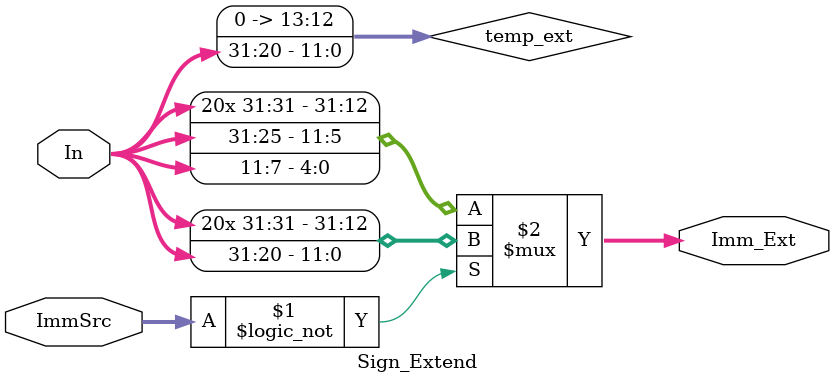
<source format=v>
`timescale 1ns / 1ps


module Sign_Extend( //our imm values are of 12 bits, we are sign extending it to 32 bits
        input [31:0] In,//inputs bits
        input [1:0] ImmSrc,
        
        output [31:0] Imm_Ext// output bits 
    );
    wire [13:0]temp_ext = {In[31:20]};
    //extending by 20 bits which are the same as the MSB of th Input, so signed value is contained
     assign Imm_Ext =  (ImmSrc == 2'b00) ? ( { { 20{ In[31] } } , { In[31:20] } } ) :                   //Instruction[31:20] => LW => immExt [11:0]
                                           ( { { 20{ In[31] } } , { In[31:25],In[11:7] }  } );          //SW => BEW = same thing
                       //(ImmSrc == 2'b10) ? ( { { 20{ In[31] } } , { In[11:7] }  } ):             //BEQ => In[12][10:1][11]
                                          // ( { { 20{ In[31] } } , { In[31:20] } } );                    //LW  same as above  
                       

endmodule

















</source>
